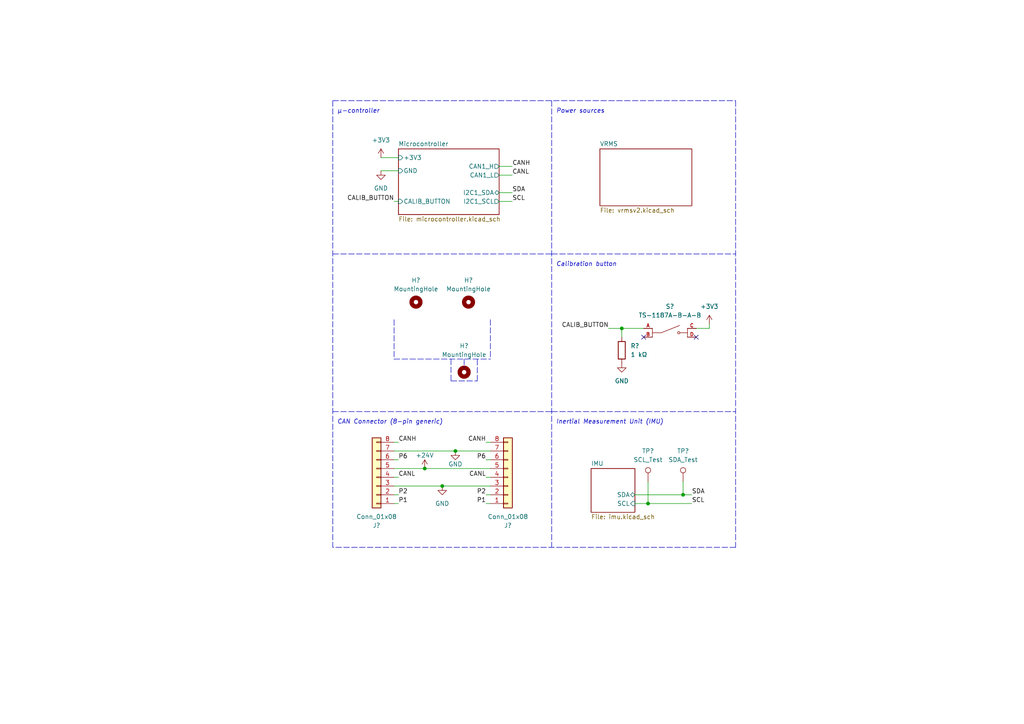
<source format=kicad_sch>
(kicad_sch (version 20211123) (generator eeschema)
  (paper "A4")
  (title_block (title "IMU Board") (date "2022-10-23") (rev "3.2") (company "Longhorn Racing"))
  (lib_symbols
    (symbol "Connector:TestPoint" (pin_numbers hide) (pin_names (offset 0.762) hide)
      (property "Reference" "TP" (at 0 6.858 0))
      (property "Value" "TestPoint" (at 0 5.08 0))
      (symbol "TestPoint_0_1"
        (circle (center 0 3.302) (radius 0.762))
      )
      (symbol "TestPoint_1_1"
        (pin passive line (at 0 0 90) (length 2.54) (name "1") (number "1"))
      )
    )
    (symbol "Connector_Generic:Conn_01x08" (pin_names (offset 1.016) hide)
      (property "Reference" "J" (at 0 10.16 0))
      (property "Value" "Conn_01x08" (at 0 -12.7 0))
      (symbol "Conn_01x08_1_1"
        (rectangle (start -1.27 -10.033) (end 0 -10.287) (stroke (width 0.1524)))
        (rectangle (start -1.27 -7.493) (end 0 -7.747) (stroke (width 0.1524)))
        (rectangle (start -1.27 -4.953) (end 0 -5.207) (stroke (width 0.1524)))
        (rectangle (start -1.27 -2.413) (end 0 -2.667) (stroke (width 0.1524)))
        (rectangle (start -1.27 0.127) (end 0 -0.127) (stroke (width 0.1524)))
        (rectangle (start -1.27 2.667) (end 0 2.413) (stroke (width 0.1524)))
        (rectangle (start -1.27 5.207) (end 0 4.953) (stroke (width 0.1524)))
        (rectangle (start -1.27 7.747) (end 0 7.493) (stroke (width 0.1524)))
        (rectangle (start -1.27 8.89) (end 1.27 -11.43) (stroke (width 0.254)) (fill (type background)))
        (pin passive line (at -5.08 7.62 0) (length 3.81) (name "Pin_1") (number "1"))
        (pin passive line (at -5.08 5.08 0) (length 3.81) (name "Pin_2") (number "2"))
        (pin passive line (at -5.08 2.54 0) (length 3.81) (name "Pin_3") (number "3"))
        (pin passive line (at -5.08 0 0) (length 3.81) (name "Pin_4") (number "4"))
        (pin passive line (at -5.08 -2.54 0) (length 3.81) (name "Pin_5") (number "5"))
        (pin passive line (at -5.08 -5.08 0) (length 3.81) (name "Pin_6") (number "6"))
        (pin passive line (at -5.08 -7.62 0) (length 3.81) (name "Pin_7") (number "7"))
        (pin passive line (at -5.08 -10.16 0) (length 3.81) (name "Pin_8") (number "8"))
      )
    )
    (symbol "Device:R" (pin_numbers hide) (pin_names (offset 0))
      (property "Reference" "R" (at 2.032 0 90))
      (property "Value" "R" (at 0 0 90))
      (symbol "R_0_1"
        (rectangle (start -1.016 -2.54) (end 1.016 2.54) (stroke (width 0.254)))
      )
      (symbol "R_1_1"
        (pin passive line (at 0 3.81 270) (length 1.27) (name "~") (number "1"))
        (pin passive line (at 0 -3.81 90) (length 1.27) (name "~") (number "2"))
      )
    )
    (symbol "Mechanical:MountingHole" (pin_names (offset 1.016))
      (property "Reference" "H" (at 0 5.08 0))
      (property "Value" "MountingHole" (at 0 3.175 0))
      (symbol "MountingHole_0_1"
        (circle (center 0 0) (radius 1.27) (stroke (width 1.27)))
      )
    )
    (symbol "Push_Buttons:TS-1187A-B-A-B" (pin_names (offset 1.016) hide)
      (property "Reference" "S" (at -2.54 2.54 0))
      (property "Value" "TS-1187A-B-A-B" (at -7.62 -3.81 0))
      (symbol "TS-1187A-B-A-B_0_0"
        (polyline (pts (xy -2.54 0) (xy -5.08 0)) (stroke (width 0.1524)))
        (polyline (pts (xy -2.54 0) (xy 2.794 2.1336)) (stroke (width 0.1524)))
        (polyline (pts (xy 5.08 0) (xy 2.921 0)) (stroke (width 0.1524)))
        (circle (center 2.54 0) (radius 0.3302) (stroke (width 0.1524)))
        (pin passive line (at -7.62 1.27 0) (length 2.54) (name "~") (number "A"))
        (pin passive line (at -7.62 -1.27 0) (length 2.54) (name "~") (number "B"))
        (pin passive line (at 7.62 1.27 180) (length 2.54) (name "~") (number "C"))
        (pin passive line (at 7.62 -1.27 180) (length 2.54) (name "~") (number "D"))
      )
      (symbol "TS-1187A-B-A-B_1_1"
        (polyline (pts (xy -5.08 1.27) (xy -5.08 -1.27)))
        (polyline (pts (xy 5.08 1.27) (xy 5.08 -1.27)))
      )
    )
    (symbol "power:+24V" (power) (pin_names (offset 0))
      (property "Value" "+24V" (at 0 3.556 0))
      (symbol "+24V_0_1"
        (polyline (pts (xy -0.762 1.27) (xy 0 2.54)))
        (polyline (pts (xy 0 0) (xy 0 2.54)))
        (polyline (pts (xy 0 2.54) (xy 0.762 1.27)))
      )
      (symbol "+24V_1_1"
        (pin power_in line (at 0 0 90) (length 0) hide (name "+24V") (number "1"))
      )
    )
    (symbol "power:+3V3" (power) (pin_names (offset 0))
      (property "Value" "+3V3" (at 0 3.556 0))
      (symbol "+3V3_0_1"
        (polyline (pts (xy -0.762 1.27) (xy 0 2.54)))
        (polyline (pts (xy 0 0) (xy 0 2.54)))
        (polyline (pts (xy 0 2.54) (xy 0.762 1.27)))
      )
      (symbol "+3V3_1_1"
        (pin power_in line (at 0 0 90) (length 0) hide (name "+3V3") (number "1"))
      )
    )
    (symbol "power:GND" (power) (pin_names (offset 0))
      (property "Value" "GND" (at 0 -3.81 0))
      (symbol "GND_0_1"
        (polyline (pts (xy 0 0) (xy 0 -1.27) (xy 1.27 -1.27) (xy 0 -2.54) (xy -1.27 -1.27) (xy 0 -1.27)))
      )
      (symbol "GND_1_1"
        (pin power_in line (at 0 0 270) (length 0) hide (name "GND") (number "1"))
      )
    )
  )
  (junction (at 128.27 140.97))
  (junction (at 132.08 130.81))
  (junction (at 180.34 95.25))
  (junction (at 123.19 135.89))
  (junction (at 187.96 146.05))
  (junction (at 198.12 143.51))
  (no_connect (at 201.93 97.79))
  (no_connect (at 186.69 97.79))
  (wire (pts (xy 114.3 135.89) (xy 123.19 135.89)))
  (wire (pts (xy 114.3 140.97) (xy 128.27 140.97)))
  (polyline (pts (xy 213.36 158.75) (xy 96.52 158.75)))
  (polyline (pts (xy 160.02 73.66) (xy 205.74 73.66)))
  (wire (pts (xy 128.27 140.97) (xy 142.24 140.97)))
  (wire (pts (xy 114.3 130.81) (xy 132.08 130.81)))
  (wire (pts (xy 144.78 55.88) (xy 148.59 55.88)))
  (wire (pts (xy 198.12 139.7) (xy 198.12 143.51)))
  (wire (pts (xy 114.3 143.51) (xy 115.57 143.51)))
  (polyline (pts (xy 114.3 104.14) (xy 142.24 104.14)))
  (wire (pts (xy 110.49 45.72) (xy 115.57 45.72)))
  (wire (pts (xy 140.97 128.27) (xy 142.24 128.27)))
  (polyline (pts (xy 134.62 104.14) (xy 134.62 106.68)))
  (polyline (pts (xy 130.81 110.49) (xy 138.43 110.49)))
  (wire (pts (xy 110.49 49.53) (xy 115.57 49.53)))
  (wire (pts (xy 144.78 58.42) (xy 148.59 58.42)))
  (wire (pts (xy 114.3 138.43) (xy 115.57 138.43)))
  (polyline (pts (xy 160.02 119.38) (xy 205.74 119.38)))
  (wire (pts (xy 114.3 58.42) (xy 115.57 58.42)))
  (wire (pts (xy 140.97 133.35) (xy 142.24 133.35)))
  (polyline (pts (xy 114.3 92.71) (xy 114.3 104.14)))
  (wire (pts (xy 205.74 93.98) (xy 205.74 95.25)))
  (polyline (pts (xy 205.74 73.66) (xy 213.36 73.66)))
  (polyline (pts (xy 160.02 29.21) (xy 160.02 158.75)))
  (wire (pts (xy 140.97 138.43) (xy 142.24 138.43)))
  (polyline (pts (xy 96.52 29.21) (xy 96.52 158.75)))
  (wire (pts (xy 140.97 146.05) (xy 142.24 146.05)))
  (wire (pts (xy 114.3 133.35) (xy 115.57 133.35)))
  (polyline (pts (xy 130.81 104.14) (xy 130.81 110.49)))
  (wire (pts (xy 176.53 95.25) (xy 180.34 95.25)))
  (polyline (pts (xy 205.74 119.38) (xy 213.36 119.38)))
  (wire (pts (xy 205.74 95.25) (xy 201.93 95.25)))
  (wire (pts (xy 187.96 146.05) (xy 200.66 146.05)))
  (polyline (pts (xy 96.52 73.66) (xy 160.02 73.66)))
  (wire (pts (xy 184.15 143.51) (xy 198.12 143.51)))
  (wire (pts (xy 114.3 146.05) (xy 115.57 146.05)))
  (polyline (pts (xy 96.52 119.38) (xy 160.02 119.38)))
  (polyline (pts (xy 142.24 92.71) (xy 142.24 104.14)))
  (wire (pts (xy 140.97 143.51) (xy 142.24 143.51)))
  (wire (pts (xy 114.3 128.27) (xy 115.57 128.27)))
  (wire (pts (xy 187.96 139.7) (xy 187.96 146.05)))
  (polyline (pts (xy 96.52 29.21) (xy 213.36 29.21)))
  (polyline (pts (xy 213.36 29.21) (xy 213.36 158.75)))
  (wire (pts (xy 123.19 135.89) (xy 142.24 135.89)))
  (wire (pts (xy 180.34 95.25) (xy 180.34 97.79)))
  (wire (pts (xy 144.78 50.8) (xy 148.59 50.8)))
  (polyline (pts (xy 138.43 110.49) (xy 138.43 104.14)))
  (wire (pts (xy 144.78 48.26) (xy 148.59 48.26)))
  (wire (pts (xy 184.15 146.05) (xy 187.96 146.05)))
  (wire (pts (xy 132.08 130.81) (xy 142.24 130.81)))
  (wire (pts (xy 180.34 95.25) (xy 186.69 95.25)))
  (wire (pts (xy 198.12 143.51) (xy 200.66 143.51)))
  (text "Power sources" (at 161.29 33.02 0) (effects (font (size 1.27 1.27) italic) (justify left bottom)))
  (text "µ-controller" (at 97.79 33.02 0) (effects (font (size 1.27 1.27) italic) (justify left bottom)))
  (text "Calibration button" (at 161.29 77.47 0) (effects (font (size 1.27 1.27) italic) (justify left bottom)))
  (text "Inertial Measurement Unit (IMU)" (at 161.29 123.19 0) (effects (font (size 1.27 1.27) italic) (justify left bottom)))
  (text "CAN Connector (8-pin generic)" (at 97.79 123.19 0) (effects (font (size 1.27 1.27) italic) (justify left bottom)))
  (label "CANL" (at 115.57 138.43 0))
  (label "SDA" (at 200.66 143.51 0))
  (label "P1" (at 115.57 146.05 0))
  (label "P2" (at 115.57 143.51 0))
  (label "CANL" (at 148.59 50.8 0))
  (label "P2" (at 140.97 143.51 180))
  (label "CANL" (at 140.97 138.43 180))
  (label "SDA" (at 148.59 55.88 0))
  (label "P1" (at 140.97 146.05 180))
  (label "CALIB_BUTTON" (at 176.53 95.25 180))
  (label "CANH" (at 140.97 128.27 180))
  (label "P6" (at 115.57 133.35 0))
  (label "SCL" (at 148.59 58.42 0))
  (label "P6" (at 140.97 133.35 180))
  (label "CANH" (at 115.57 128.27 0))
  (label "CANH" (at 148.59 48.26 0))
  (label "SCL" (at 200.66 146.05 0))
  (label "CALIB_BUTTON" (at 114.3 58.42 180))
  (symbol (lib_id "power:+24V") (at 123.19 135.89 0) (unit 1)
    (property "Reference" "#PWR?" (effects hide))
    (property "Value" "+24V" (at 123.19 132.08 0))
  )
  (symbol (lib_id "Push_Buttons:TS-1187A-B-A-B") (at 194.31 96.52 0) (unit 1)
    (property "Reference" "S?" (at 194.31 88.9 0))
    (property "Value" "TS-1187A-B-A-B" (at 194.31 91.44 0))
    (property "Footprint" "Push Buttons:SW_TS-1187A-B-A-B" (effects hide))
    (property "Datasheet" "https://datasheet.lcsc.com/lcsc/2002271431_XKB-Connectivity-TS-1187A-B-A-B_C318884.pdf" (effects hide))
    (property "MANUFACTURER" "XKB Industrial Precision" (effects hide))
    (property "MAXIMUM_PACKAGE_HEIGHT" "1.5mm" (effects hide))
    (property "STANDARD" "Manufacturer Recommendations" (effects hide))
    (property "PARTREV" "A0" (effects hide))
  )
  (symbol (lib_id "Connector:TestPoint") (at 198.12 139.7 0) (unit 1)
    (property "Reference" "TP?" (at 198.12 130.81 0))
    (property "Value" "SDA_Test" (at 198.12 133.35 0))
  )
  (symbol (lib_id "Mechanical:MountingHole") (at 120.65 87.63 0) (unit 1)
    (property "Reference" "H?" (at 120.65 81.28 0))
    (property "Value" "MountingHole" (at 120.65 83.82 0))
  )
  (symbol (lib_id "Mechanical:MountingHole") (at 135.89 87.63 0) (unit 1)
    (property "Reference" "H?" (at 135.89 81.28 0))
    (property "Value" "MountingHole" (at 135.89 83.82 0))
  )
  (symbol (lib_id "power:+3V3") (at 110.49 45.72 0) (unit 1)
    (property "Reference" "#PWR?" (effects hide))
    (property "Value" "+3V3" (at 110.49 40.64 0))
  )
  (symbol (lib_id "power:GND") (at 132.08 130.81 0) (unit 1)
    (property "Reference" "#PWR?" (effects hide))
    (property "Value" "GND" (at 132.08 134.62 0))
  )
  (symbol (lib_id "Mechanical:MountingHole") (at 134.62 107.95 0) (unit 1)
    (property "Reference" "H?" (at 134.62 100.33 0))
    (property "Value" "MountingHole" (at 134.62 102.87 0))
  )
  (symbol (lib_id "Device:R") (at 180.34 101.6 0) (unit 1)
    (property "Reference" "R?" (at 182.88 100.3299 0) (effects (justify left)))
    (property "Value" "1 kΩ" (at 182.88 102.8699 0) (effects (justify left)))
    (property "Footprint" "Resistor_SMD:R_0201_0603Metric" (effects hide))
  )
  (symbol (lib_id "Connector_Generic:Conn_01x08") (at 147.32 138.43 0) (mirror x) (unit 1)
    (property "Reference" "J?" (at 147.32 152.4 0))
    (property "Value" "Conn_01x08" (at 147.32 149.86 0))
    (property "Footprint" "Global Libraries:348300801" (effects hide))
  )
  (symbol (lib_id "Connector_Generic:Conn_01x08") (at 109.22 138.43 180) (unit 1)
    (property "Reference" "J?" (at 109.22 152.4 0))
    (property "Value" "Conn_01x08" (at 109.22 149.86 0))
    (property "Footprint" "Global Libraries:348300801" (effects hide))
  )
  (symbol (lib_id "power:+3V3") (at 205.74 93.98 0) (unit 1)
    (property "Reference" "#PWR?" (effects hide))
    (property "Value" "+3V3" (at 205.74 88.9 0))
  )
  (symbol (lib_id "power:GND") (at 180.34 105.41 0) (unit 1)
    (property "Reference" "#PWR?" (effects hide))
    (property "Value" "GND" (at 180.34 110.49 0))
  )
  (symbol (lib_id "power:GND") (at 128.27 140.97 0) (unit 1)
    (property "Reference" "#PWR?" (effects hide))
    (property "Value" "GND" (at 128.27 146.05 0))
  )
  (symbol (lib_id "Connector:TestPoint") (at 187.96 139.7 0) (unit 1)
    (property "Reference" "TP?" (at 187.96 130.81 0))
    (property "Value" "SCL_Test" (at 187.96 133.35 0))
  )
  (symbol (lib_id "power:GND") (at 110.49 49.53 0) (unit 1)
    (property "Reference" "#PWR?" (effects hide))
    (property "Value" "GND" (at 110.49 54.61 0))
  )
  (sheet (at 115.57 43.18) (size 29.21 19.05) (stroke (width 0.1524))
    (property "Sheet name" "Microcontroller" (at 115.57 42.4684 0) (effects (justify left bottom)))
    (property "Sheet file" "microcontroller.kicad_sch" (at 115.57 62.8146 0) (effects (justify left top)))
    (pin "CALIB_BUTTON" input (at 115.57 58.42 180))
    (pin "GND" input (at 115.57 49.53 180))
    (pin "I2C1_SCL" output (at 144.78 58.42 0))
    (pin "+3V3" input (at 115.57 45.72 180))
    (pin "CAN1_H" output (at 144.78 48.26 0))
    (pin "CAN1_L" output (at 144.78 50.8 0))
    (pin "I2C1_SDA" bidirectional (at 144.78 55.88 0))
  )
  (sheet (at 171.45 135.89) (size 12.7 12.7) (stroke (width 0.1524))
    (property "Sheet name" "IMU" (at 171.45 135.1784 0) (effects (justify left bottom)))
    (property "Sheet file" "imu.kicad_sch" (at 171.45 149.1746 0) (effects (justify left top)))
    (pin "SDA" bidirectional (at 184.15 143.51 0))
    (pin "SCL" input (at 184.15 146.05 0))
  )
  (sheet (at 173.99 43.18) (size 26.67 16.51) (stroke (width 0.1524))
    (property "Sheet name" "VRMS" (at 173.99 42.4684 0) (effects (justify left bottom)))
    (property "Sheet file" "vrmsv2.kicad_sch" (at 173.99 60.2746 0) (effects (justify left top)))
  )
)
</source>
